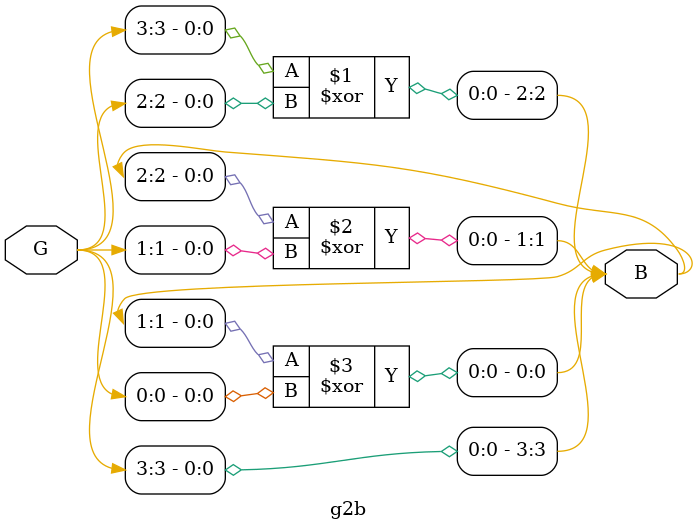
<source format=v>
module g2b(G,B);
  input [3:0]G;
  output [3:0]B;
  assign B[3] = G[3];
  assign B[2] = B[3] ^ G[2];
  assign B[1] = B[2] ^ G[1];
  assign B[0] = B[1] ^ G[0];
endmodule
  

</source>
